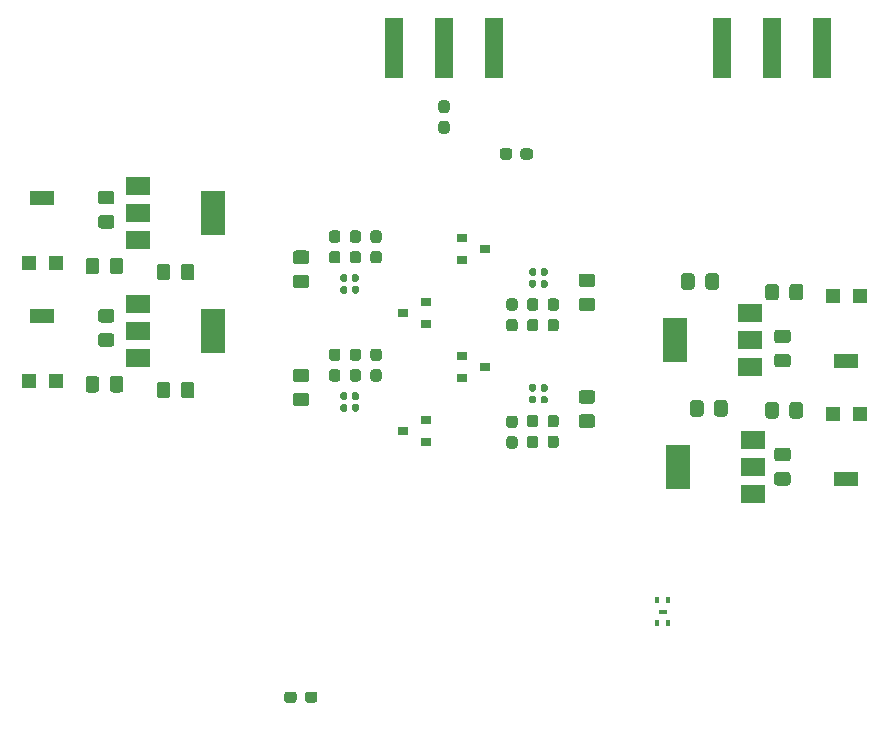
<source format=gbr>
G04 #@! TF.GenerationSoftware,KiCad,Pcbnew,5.1.6-c6e7f7d~87~ubuntu18.04.1*
G04 #@! TF.CreationDate,2021-01-06T14:43:31+00:00*
G04 #@! TF.ProjectId,multi-smtpa,6d756c74-692d-4736-9d74-70612e6b6963,rev?*
G04 #@! TF.SameCoordinates,Original*
G04 #@! TF.FileFunction,Paste,Top*
G04 #@! TF.FilePolarity,Positive*
%FSLAX46Y46*%
G04 Gerber Fmt 4.6, Leading zero omitted, Abs format (unit mm)*
G04 Created by KiCad (PCBNEW 5.1.6-c6e7f7d~87~ubuntu18.04.1) date 2021-01-06 14:43:31*
%MOMM*%
%LPD*%
G01*
G04 APERTURE LIST*
%ADD10R,2.000000X1.500000*%
%ADD11R,2.000000X3.800000*%
%ADD12R,0.300000X0.500000*%
%ADD13R,0.800000X0.350000*%
%ADD14R,1.300000X1.300000*%
%ADD15R,2.000000X1.300000*%
%ADD16R,1.500000X5.080000*%
%ADD17R,0.900000X0.800000*%
G04 APERTURE END LIST*
D10*
X178150000Y-69550000D03*
X178150000Y-64950000D03*
X178150000Y-67250000D03*
D11*
X171850000Y-67250000D03*
D10*
X178400000Y-80300000D03*
X178400000Y-75700000D03*
X178400000Y-78000000D03*
D11*
X172100000Y-78000000D03*
D10*
X126350000Y-64200000D03*
X126350000Y-68800000D03*
X126350000Y-66500000D03*
D11*
X132650000Y-66500000D03*
D10*
X126350000Y-54200000D03*
X126350000Y-58800000D03*
X126350000Y-56500000D03*
D11*
X132650000Y-56500000D03*
G36*
G01*
X139775000Y-97262500D02*
X139775000Y-97737500D01*
G75*
G02*
X139537500Y-97975000I-237500J0D01*
G01*
X138962500Y-97975000D01*
G75*
G02*
X138725000Y-97737500I0J237500D01*
G01*
X138725000Y-97262500D01*
G75*
G02*
X138962500Y-97025000I237500J0D01*
G01*
X139537500Y-97025000D01*
G75*
G02*
X139775000Y-97262500I0J-237500D01*
G01*
G37*
G36*
G01*
X141525000Y-97262500D02*
X141525000Y-97737500D01*
G75*
G02*
X141287500Y-97975000I-237500J0D01*
G01*
X140712500Y-97975000D01*
G75*
G02*
X140475000Y-97737500I0J237500D01*
G01*
X140475000Y-97262500D01*
G75*
G02*
X140712500Y-97025000I237500J0D01*
G01*
X141287500Y-97025000D01*
G75*
G02*
X141525000Y-97262500I0J-237500D01*
G01*
G37*
G36*
G01*
X158025000Y-51262500D02*
X158025000Y-51737500D01*
G75*
G02*
X157787500Y-51975000I-237500J0D01*
G01*
X157212500Y-51975000D01*
G75*
G02*
X156975000Y-51737500I0J237500D01*
G01*
X156975000Y-51262500D01*
G75*
G02*
X157212500Y-51025000I237500J0D01*
G01*
X157787500Y-51025000D01*
G75*
G02*
X158025000Y-51262500I0J-237500D01*
G01*
G37*
G36*
G01*
X159775000Y-51262500D02*
X159775000Y-51737500D01*
G75*
G02*
X159537500Y-51975000I-237500J0D01*
G01*
X158962500Y-51975000D01*
G75*
G02*
X158725000Y-51737500I0J237500D01*
G01*
X158725000Y-51262500D01*
G75*
G02*
X158962500Y-51025000I237500J0D01*
G01*
X159537500Y-51025000D01*
G75*
G02*
X159775000Y-51262500I0J-237500D01*
G01*
G37*
D12*
X171225000Y-89300000D03*
X170275000Y-91200000D03*
X171225000Y-91200000D03*
X170275000Y-89300000D03*
D13*
X170750000Y-90250000D03*
D14*
X185150000Y-63500000D03*
D15*
X186300000Y-69000000D03*
D14*
X187450000Y-63500000D03*
G36*
G01*
X175525000Y-61849999D02*
X175525000Y-62750001D01*
G75*
G02*
X175275001Y-63000000I-249999J0D01*
G01*
X174624999Y-63000000D01*
G75*
G02*
X174375000Y-62750001I0J249999D01*
G01*
X174375000Y-61849999D01*
G75*
G02*
X174624999Y-61600000I249999J0D01*
G01*
X175275001Y-61600000D01*
G75*
G02*
X175525000Y-61849999I0J-249999D01*
G01*
G37*
G36*
G01*
X173475000Y-61849999D02*
X173475000Y-62750001D01*
G75*
G02*
X173225001Y-63000000I-249999J0D01*
G01*
X172574999Y-63000000D01*
G75*
G02*
X172325000Y-62750001I0J249999D01*
G01*
X172325000Y-61849999D01*
G75*
G02*
X172574999Y-61600000I249999J0D01*
G01*
X173225001Y-61600000D01*
G75*
G02*
X173475000Y-61849999I0J-249999D01*
G01*
G37*
G36*
G01*
X181350001Y-69575000D02*
X180449999Y-69575000D01*
G75*
G02*
X180200000Y-69325001I0J249999D01*
G01*
X180200000Y-68674999D01*
G75*
G02*
X180449999Y-68425000I249999J0D01*
G01*
X181350001Y-68425000D01*
G75*
G02*
X181600000Y-68674999I0J-249999D01*
G01*
X181600000Y-69325001D01*
G75*
G02*
X181350001Y-69575000I-249999J0D01*
G01*
G37*
G36*
G01*
X181350001Y-67525000D02*
X180449999Y-67525000D01*
G75*
G02*
X180200000Y-67275001I0J249999D01*
G01*
X180200000Y-66624999D01*
G75*
G02*
X180449999Y-66375000I249999J0D01*
G01*
X181350001Y-66375000D01*
G75*
G02*
X181600000Y-66624999I0J-249999D01*
G01*
X181600000Y-67275001D01*
G75*
G02*
X181350001Y-67525000I-249999J0D01*
G01*
G37*
G36*
G01*
X182650000Y-62749999D02*
X182650000Y-63650001D01*
G75*
G02*
X182400001Y-63900000I-249999J0D01*
G01*
X181749999Y-63900000D01*
G75*
G02*
X181500000Y-63650001I0J249999D01*
G01*
X181500000Y-62749999D01*
G75*
G02*
X181749999Y-62500000I249999J0D01*
G01*
X182400001Y-62500000D01*
G75*
G02*
X182650000Y-62749999I0J-249999D01*
G01*
G37*
G36*
G01*
X180600000Y-62749999D02*
X180600000Y-63650001D01*
G75*
G02*
X180350001Y-63900000I-249999J0D01*
G01*
X179699999Y-63900000D01*
G75*
G02*
X179450000Y-63650001I0J249999D01*
G01*
X179450000Y-62749999D01*
G75*
G02*
X179699999Y-62500000I249999J0D01*
G01*
X180350001Y-62500000D01*
G75*
G02*
X180600000Y-62749999I0J-249999D01*
G01*
G37*
X185150000Y-73500000D03*
D15*
X186300000Y-79000000D03*
D14*
X187450000Y-73500000D03*
G36*
G01*
X176275000Y-72599999D02*
X176275000Y-73500001D01*
G75*
G02*
X176025001Y-73750000I-249999J0D01*
G01*
X175374999Y-73750000D01*
G75*
G02*
X175125000Y-73500001I0J249999D01*
G01*
X175125000Y-72599999D01*
G75*
G02*
X175374999Y-72350000I249999J0D01*
G01*
X176025001Y-72350000D01*
G75*
G02*
X176275000Y-72599999I0J-249999D01*
G01*
G37*
G36*
G01*
X174225000Y-72599999D02*
X174225000Y-73500001D01*
G75*
G02*
X173975001Y-73750000I-249999J0D01*
G01*
X173324999Y-73750000D01*
G75*
G02*
X173075000Y-73500001I0J249999D01*
G01*
X173075000Y-72599999D01*
G75*
G02*
X173324999Y-72350000I249999J0D01*
G01*
X173975001Y-72350000D01*
G75*
G02*
X174225000Y-72599999I0J-249999D01*
G01*
G37*
G36*
G01*
X181350001Y-79575000D02*
X180449999Y-79575000D01*
G75*
G02*
X180200000Y-79325001I0J249999D01*
G01*
X180200000Y-78674999D01*
G75*
G02*
X180449999Y-78425000I249999J0D01*
G01*
X181350001Y-78425000D01*
G75*
G02*
X181600000Y-78674999I0J-249999D01*
G01*
X181600000Y-79325001D01*
G75*
G02*
X181350001Y-79575000I-249999J0D01*
G01*
G37*
G36*
G01*
X181350001Y-77525000D02*
X180449999Y-77525000D01*
G75*
G02*
X180200000Y-77275001I0J249999D01*
G01*
X180200000Y-76624999D01*
G75*
G02*
X180449999Y-76375000I249999J0D01*
G01*
X181350001Y-76375000D01*
G75*
G02*
X181600000Y-76624999I0J-249999D01*
G01*
X181600000Y-77275001D01*
G75*
G02*
X181350001Y-77525000I-249999J0D01*
G01*
G37*
G36*
G01*
X182650000Y-72749999D02*
X182650000Y-73650001D01*
G75*
G02*
X182400001Y-73900000I-249999J0D01*
G01*
X181749999Y-73900000D01*
G75*
G02*
X181500000Y-73650001I0J249999D01*
G01*
X181500000Y-72749999D01*
G75*
G02*
X181749999Y-72500000I249999J0D01*
G01*
X182400001Y-72500000D01*
G75*
G02*
X182650000Y-72749999I0J-249999D01*
G01*
G37*
G36*
G01*
X180600000Y-72749999D02*
X180600000Y-73650001D01*
G75*
G02*
X180350001Y-73900000I-249999J0D01*
G01*
X179699999Y-73900000D01*
G75*
G02*
X179450000Y-73650001I0J249999D01*
G01*
X179450000Y-72749999D01*
G75*
G02*
X179699999Y-72500000I249999J0D01*
G01*
X180350001Y-72500000D01*
G75*
G02*
X180600000Y-72749999I0J-249999D01*
G01*
G37*
X119400000Y-70700000D03*
D15*
X118250000Y-65200000D03*
D14*
X117100000Y-70700000D03*
G36*
G01*
X127925000Y-71950001D02*
X127925000Y-71049999D01*
G75*
G02*
X128174999Y-70800000I249999J0D01*
G01*
X128825001Y-70800000D01*
G75*
G02*
X129075000Y-71049999I0J-249999D01*
G01*
X129075000Y-71950001D01*
G75*
G02*
X128825001Y-72200000I-249999J0D01*
G01*
X128174999Y-72200000D01*
G75*
G02*
X127925000Y-71950001I0J249999D01*
G01*
G37*
G36*
G01*
X129975000Y-71950001D02*
X129975000Y-71049999D01*
G75*
G02*
X130224999Y-70800000I249999J0D01*
G01*
X130875001Y-70800000D01*
G75*
G02*
X131125000Y-71049999I0J-249999D01*
G01*
X131125000Y-71950001D01*
G75*
G02*
X130875001Y-72200000I-249999J0D01*
G01*
X130224999Y-72200000D01*
G75*
G02*
X129975000Y-71950001I0J249999D01*
G01*
G37*
G36*
G01*
X123199999Y-64625000D02*
X124100001Y-64625000D01*
G75*
G02*
X124350000Y-64874999I0J-249999D01*
G01*
X124350000Y-65525001D01*
G75*
G02*
X124100001Y-65775000I-249999J0D01*
G01*
X123199999Y-65775000D01*
G75*
G02*
X122950000Y-65525001I0J249999D01*
G01*
X122950000Y-64874999D01*
G75*
G02*
X123199999Y-64625000I249999J0D01*
G01*
G37*
G36*
G01*
X123199999Y-66675000D02*
X124100001Y-66675000D01*
G75*
G02*
X124350000Y-66924999I0J-249999D01*
G01*
X124350000Y-67575001D01*
G75*
G02*
X124100001Y-67825000I-249999J0D01*
G01*
X123199999Y-67825000D01*
G75*
G02*
X122950000Y-67575001I0J249999D01*
G01*
X122950000Y-66924999D01*
G75*
G02*
X123199999Y-66675000I249999J0D01*
G01*
G37*
G36*
G01*
X121900000Y-71450001D02*
X121900000Y-70549999D01*
G75*
G02*
X122149999Y-70300000I249999J0D01*
G01*
X122800001Y-70300000D01*
G75*
G02*
X123050000Y-70549999I0J-249999D01*
G01*
X123050000Y-71450001D01*
G75*
G02*
X122800001Y-71700000I-249999J0D01*
G01*
X122149999Y-71700000D01*
G75*
G02*
X121900000Y-71450001I0J249999D01*
G01*
G37*
G36*
G01*
X123950000Y-71450001D02*
X123950000Y-70549999D01*
G75*
G02*
X124199999Y-70300000I249999J0D01*
G01*
X124850001Y-70300000D01*
G75*
G02*
X125100000Y-70549999I0J-249999D01*
G01*
X125100000Y-71450001D01*
G75*
G02*
X124850001Y-71700000I-249999J0D01*
G01*
X124199999Y-71700000D01*
G75*
G02*
X123950000Y-71450001I0J249999D01*
G01*
G37*
G36*
G01*
X123950000Y-61450001D02*
X123950000Y-60549999D01*
G75*
G02*
X124199999Y-60300000I249999J0D01*
G01*
X124850001Y-60300000D01*
G75*
G02*
X125100000Y-60549999I0J-249999D01*
G01*
X125100000Y-61450001D01*
G75*
G02*
X124850001Y-61700000I-249999J0D01*
G01*
X124199999Y-61700000D01*
G75*
G02*
X123950000Y-61450001I0J249999D01*
G01*
G37*
G36*
G01*
X121900000Y-61450001D02*
X121900000Y-60549999D01*
G75*
G02*
X122149999Y-60300000I249999J0D01*
G01*
X122800001Y-60300000D01*
G75*
G02*
X123050000Y-60549999I0J-249999D01*
G01*
X123050000Y-61450001D01*
G75*
G02*
X122800001Y-61700000I-249999J0D01*
G01*
X122149999Y-61700000D01*
G75*
G02*
X121900000Y-61450001I0J249999D01*
G01*
G37*
G36*
G01*
X164800001Y-64825000D02*
X163899999Y-64825000D01*
G75*
G02*
X163650000Y-64575001I0J249999D01*
G01*
X163650000Y-63924999D01*
G75*
G02*
X163899999Y-63675000I249999J0D01*
G01*
X164800001Y-63675000D01*
G75*
G02*
X165050000Y-63924999I0J-249999D01*
G01*
X165050000Y-64575001D01*
G75*
G02*
X164800001Y-64825000I-249999J0D01*
G01*
G37*
G36*
G01*
X164800001Y-62775000D02*
X163899999Y-62775000D01*
G75*
G02*
X163650000Y-62525001I0J249999D01*
G01*
X163650000Y-61874999D01*
G75*
G02*
X163899999Y-61625000I249999J0D01*
G01*
X164800001Y-61625000D01*
G75*
G02*
X165050000Y-61874999I0J-249999D01*
G01*
X165050000Y-62525001D01*
G75*
G02*
X164800001Y-62775000I-249999J0D01*
G01*
G37*
G36*
G01*
X164800001Y-74700000D02*
X163899999Y-74700000D01*
G75*
G02*
X163650000Y-74450001I0J249999D01*
G01*
X163650000Y-73799999D01*
G75*
G02*
X163899999Y-73550000I249999J0D01*
G01*
X164800001Y-73550000D01*
G75*
G02*
X165050000Y-73799999I0J-249999D01*
G01*
X165050000Y-74450001D01*
G75*
G02*
X164800001Y-74700000I-249999J0D01*
G01*
G37*
G36*
G01*
X164800001Y-72650000D02*
X163899999Y-72650000D01*
G75*
G02*
X163650000Y-72400001I0J249999D01*
G01*
X163650000Y-71749999D01*
G75*
G02*
X163899999Y-71500000I249999J0D01*
G01*
X164800001Y-71500000D01*
G75*
G02*
X165050000Y-71749999I0J-249999D01*
G01*
X165050000Y-72400001D01*
G75*
G02*
X164800001Y-72650000I-249999J0D01*
G01*
G37*
G36*
G01*
X139699999Y-69675000D02*
X140600001Y-69675000D01*
G75*
G02*
X140850000Y-69924999I0J-249999D01*
G01*
X140850000Y-70575001D01*
G75*
G02*
X140600001Y-70825000I-249999J0D01*
G01*
X139699999Y-70825000D01*
G75*
G02*
X139450000Y-70575001I0J249999D01*
G01*
X139450000Y-69924999D01*
G75*
G02*
X139699999Y-69675000I249999J0D01*
G01*
G37*
G36*
G01*
X139699999Y-71725000D02*
X140600001Y-71725000D01*
G75*
G02*
X140850000Y-71974999I0J-249999D01*
G01*
X140850000Y-72625001D01*
G75*
G02*
X140600001Y-72875000I-249999J0D01*
G01*
X139699999Y-72875000D01*
G75*
G02*
X139450000Y-72625001I0J249999D01*
G01*
X139450000Y-71974999D01*
G75*
G02*
X139699999Y-71725000I249999J0D01*
G01*
G37*
D16*
X184250000Y-42500000D03*
X175750000Y-42500000D03*
X180000000Y-42500000D03*
G36*
G01*
X159455000Y-71472500D02*
X159455000Y-71127500D01*
G75*
G02*
X159602500Y-70980000I147500J0D01*
G01*
X159897500Y-70980000D01*
G75*
G02*
X160045000Y-71127500I0J-147500D01*
G01*
X160045000Y-71472500D01*
G75*
G02*
X159897500Y-71620000I-147500J0D01*
G01*
X159602500Y-71620000D01*
G75*
G02*
X159455000Y-71472500I0J147500D01*
G01*
G37*
G36*
G01*
X160425000Y-71472500D02*
X160425000Y-71127500D01*
G75*
G02*
X160572500Y-70980000I147500J0D01*
G01*
X160867500Y-70980000D01*
G75*
G02*
X161015000Y-71127500I0J-147500D01*
G01*
X161015000Y-71472500D01*
G75*
G02*
X160867500Y-71620000I-147500J0D01*
G01*
X160572500Y-71620000D01*
G75*
G02*
X160425000Y-71472500I0J147500D01*
G01*
G37*
G36*
G01*
X145045000Y-62827500D02*
X145045000Y-63172500D01*
G75*
G02*
X144897500Y-63320000I-147500J0D01*
G01*
X144602500Y-63320000D01*
G75*
G02*
X144455000Y-63172500I0J147500D01*
G01*
X144455000Y-62827500D01*
G75*
G02*
X144602500Y-62680000I147500J0D01*
G01*
X144897500Y-62680000D01*
G75*
G02*
X145045000Y-62827500I0J-147500D01*
G01*
G37*
G36*
G01*
X144075000Y-62827500D02*
X144075000Y-63172500D01*
G75*
G02*
X143927500Y-63320000I-147500J0D01*
G01*
X143632500Y-63320000D01*
G75*
G02*
X143485000Y-63172500I0J147500D01*
G01*
X143485000Y-62827500D01*
G75*
G02*
X143632500Y-62680000I147500J0D01*
G01*
X143927500Y-62680000D01*
G75*
G02*
X144075000Y-62827500I0J-147500D01*
G01*
G37*
G36*
G01*
X159455000Y-61672500D02*
X159455000Y-61327500D01*
G75*
G02*
X159602500Y-61180000I147500J0D01*
G01*
X159897500Y-61180000D01*
G75*
G02*
X160045000Y-61327500I0J-147500D01*
G01*
X160045000Y-61672500D01*
G75*
G02*
X159897500Y-61820000I-147500J0D01*
G01*
X159602500Y-61820000D01*
G75*
G02*
X159455000Y-61672500I0J147500D01*
G01*
G37*
G36*
G01*
X160425000Y-61672500D02*
X160425000Y-61327500D01*
G75*
G02*
X160572500Y-61180000I147500J0D01*
G01*
X160867500Y-61180000D01*
G75*
G02*
X161015000Y-61327500I0J-147500D01*
G01*
X161015000Y-61672500D01*
G75*
G02*
X160867500Y-61820000I-147500J0D01*
G01*
X160572500Y-61820000D01*
G75*
G02*
X160425000Y-61672500I0J147500D01*
G01*
G37*
G36*
G01*
X145045000Y-72827500D02*
X145045000Y-73172500D01*
G75*
G02*
X144897500Y-73320000I-147500J0D01*
G01*
X144602500Y-73320000D01*
G75*
G02*
X144455000Y-73172500I0J147500D01*
G01*
X144455000Y-72827500D01*
G75*
G02*
X144602500Y-72680000I147500J0D01*
G01*
X144897500Y-72680000D01*
G75*
G02*
X145045000Y-72827500I0J-147500D01*
G01*
G37*
G36*
G01*
X144075000Y-72827500D02*
X144075000Y-73172500D01*
G75*
G02*
X143927500Y-73320000I-147500J0D01*
G01*
X143632500Y-73320000D01*
G75*
G02*
X143485000Y-73172500I0J147500D01*
G01*
X143485000Y-72827500D01*
G75*
G02*
X143632500Y-72680000I147500J0D01*
G01*
X143927500Y-72680000D01*
G75*
G02*
X144075000Y-72827500I0J-147500D01*
G01*
G37*
G36*
G01*
X159455000Y-72472500D02*
X159455000Y-72127500D01*
G75*
G02*
X159602500Y-71980000I147500J0D01*
G01*
X159897500Y-71980000D01*
G75*
G02*
X160045000Y-72127500I0J-147500D01*
G01*
X160045000Y-72472500D01*
G75*
G02*
X159897500Y-72620000I-147500J0D01*
G01*
X159602500Y-72620000D01*
G75*
G02*
X159455000Y-72472500I0J147500D01*
G01*
G37*
G36*
G01*
X160425000Y-72472500D02*
X160425000Y-72127500D01*
G75*
G02*
X160572500Y-71980000I147500J0D01*
G01*
X160867500Y-71980000D01*
G75*
G02*
X161015000Y-72127500I0J-147500D01*
G01*
X161015000Y-72472500D01*
G75*
G02*
X160867500Y-72620000I-147500J0D01*
G01*
X160572500Y-72620000D01*
G75*
G02*
X160425000Y-72472500I0J147500D01*
G01*
G37*
G36*
G01*
X145030000Y-61827500D02*
X145030000Y-62172500D01*
G75*
G02*
X144882500Y-62320000I-147500J0D01*
G01*
X144587500Y-62320000D01*
G75*
G02*
X144440000Y-62172500I0J147500D01*
G01*
X144440000Y-61827500D01*
G75*
G02*
X144587500Y-61680000I147500J0D01*
G01*
X144882500Y-61680000D01*
G75*
G02*
X145030000Y-61827500I0J-147500D01*
G01*
G37*
G36*
G01*
X144060000Y-61827500D02*
X144060000Y-62172500D01*
G75*
G02*
X143912500Y-62320000I-147500J0D01*
G01*
X143617500Y-62320000D01*
G75*
G02*
X143470000Y-62172500I0J147500D01*
G01*
X143470000Y-61827500D01*
G75*
G02*
X143617500Y-61680000I147500J0D01*
G01*
X143912500Y-61680000D01*
G75*
G02*
X144060000Y-61827500I0J-147500D01*
G01*
G37*
G36*
G01*
X159455000Y-62672500D02*
X159455000Y-62327500D01*
G75*
G02*
X159602500Y-62180000I147500J0D01*
G01*
X159897500Y-62180000D01*
G75*
G02*
X160045000Y-62327500I0J-147500D01*
G01*
X160045000Y-62672500D01*
G75*
G02*
X159897500Y-62820000I-147500J0D01*
G01*
X159602500Y-62820000D01*
G75*
G02*
X159455000Y-62672500I0J147500D01*
G01*
G37*
G36*
G01*
X160425000Y-62672500D02*
X160425000Y-62327500D01*
G75*
G02*
X160572500Y-62180000I147500J0D01*
G01*
X160867500Y-62180000D01*
G75*
G02*
X161015000Y-62327500I0J-147500D01*
G01*
X161015000Y-62672500D01*
G75*
G02*
X160867500Y-62820000I-147500J0D01*
G01*
X160572500Y-62820000D01*
G75*
G02*
X160425000Y-62672500I0J147500D01*
G01*
G37*
G36*
G01*
X145045000Y-71827500D02*
X145045000Y-72172500D01*
G75*
G02*
X144897500Y-72320000I-147500J0D01*
G01*
X144602500Y-72320000D01*
G75*
G02*
X144455000Y-72172500I0J147500D01*
G01*
X144455000Y-71827500D01*
G75*
G02*
X144602500Y-71680000I147500J0D01*
G01*
X144897500Y-71680000D01*
G75*
G02*
X145045000Y-71827500I0J-147500D01*
G01*
G37*
G36*
G01*
X144075000Y-71827500D02*
X144075000Y-72172500D01*
G75*
G02*
X143927500Y-72320000I-147500J0D01*
G01*
X143632500Y-72320000D01*
G75*
G02*
X143485000Y-72172500I0J147500D01*
G01*
X143485000Y-71827500D01*
G75*
G02*
X143632500Y-71680000I147500J0D01*
G01*
X143927500Y-71680000D01*
G75*
G02*
X144075000Y-71827500I0J-147500D01*
G01*
G37*
D14*
X117100000Y-60700000D03*
D15*
X118250000Y-55200000D03*
D14*
X119400000Y-60700000D03*
G36*
G01*
X146737500Y-59025000D02*
X146262500Y-59025000D01*
G75*
G02*
X146025000Y-58787500I0J237500D01*
G01*
X146025000Y-58212500D01*
G75*
G02*
X146262500Y-57975000I237500J0D01*
G01*
X146737500Y-57975000D01*
G75*
G02*
X146975000Y-58212500I0J-237500D01*
G01*
X146975000Y-58787500D01*
G75*
G02*
X146737500Y-59025000I-237500J0D01*
G01*
G37*
G36*
G01*
X146737500Y-60775000D02*
X146262500Y-60775000D01*
G75*
G02*
X146025000Y-60537500I0J237500D01*
G01*
X146025000Y-59962500D01*
G75*
G02*
X146262500Y-59725000I237500J0D01*
G01*
X146737500Y-59725000D01*
G75*
G02*
X146975000Y-59962500I0J-237500D01*
G01*
X146975000Y-60537500D01*
G75*
G02*
X146737500Y-60775000I-237500J0D01*
G01*
G37*
G36*
G01*
X157762500Y-65475000D02*
X158237500Y-65475000D01*
G75*
G02*
X158475000Y-65712500I0J-237500D01*
G01*
X158475000Y-66287500D01*
G75*
G02*
X158237500Y-66525000I-237500J0D01*
G01*
X157762500Y-66525000D01*
G75*
G02*
X157525000Y-66287500I0J237500D01*
G01*
X157525000Y-65712500D01*
G75*
G02*
X157762500Y-65475000I237500J0D01*
G01*
G37*
G36*
G01*
X157762500Y-63725000D02*
X158237500Y-63725000D01*
G75*
G02*
X158475000Y-63962500I0J-237500D01*
G01*
X158475000Y-64537500D01*
G75*
G02*
X158237500Y-64775000I-237500J0D01*
G01*
X157762500Y-64775000D01*
G75*
G02*
X157525000Y-64537500I0J237500D01*
G01*
X157525000Y-63962500D01*
G75*
G02*
X157762500Y-63725000I237500J0D01*
G01*
G37*
G36*
G01*
X144987500Y-59025000D02*
X144512500Y-59025000D01*
G75*
G02*
X144275000Y-58787500I0J237500D01*
G01*
X144275000Y-58212500D01*
G75*
G02*
X144512500Y-57975000I237500J0D01*
G01*
X144987500Y-57975000D01*
G75*
G02*
X145225000Y-58212500I0J-237500D01*
G01*
X145225000Y-58787500D01*
G75*
G02*
X144987500Y-59025000I-237500J0D01*
G01*
G37*
G36*
G01*
X144987500Y-60775000D02*
X144512500Y-60775000D01*
G75*
G02*
X144275000Y-60537500I0J237500D01*
G01*
X144275000Y-59962500D01*
G75*
G02*
X144512500Y-59725000I237500J0D01*
G01*
X144987500Y-59725000D01*
G75*
G02*
X145225000Y-59962500I0J-237500D01*
G01*
X145225000Y-60537500D01*
G75*
G02*
X144987500Y-60775000I-237500J0D01*
G01*
G37*
G36*
G01*
X159512500Y-65475000D02*
X159987500Y-65475000D01*
G75*
G02*
X160225000Y-65712500I0J-237500D01*
G01*
X160225000Y-66287500D01*
G75*
G02*
X159987500Y-66525000I-237500J0D01*
G01*
X159512500Y-66525000D01*
G75*
G02*
X159275000Y-66287500I0J237500D01*
G01*
X159275000Y-65712500D01*
G75*
G02*
X159512500Y-65475000I237500J0D01*
G01*
G37*
G36*
G01*
X159512500Y-63725000D02*
X159987500Y-63725000D01*
G75*
G02*
X160225000Y-63962500I0J-237500D01*
G01*
X160225000Y-64537500D01*
G75*
G02*
X159987500Y-64775000I-237500J0D01*
G01*
X159512500Y-64775000D01*
G75*
G02*
X159275000Y-64537500I0J237500D01*
G01*
X159275000Y-63962500D01*
G75*
G02*
X159512500Y-63725000I237500J0D01*
G01*
G37*
G36*
G01*
X143237500Y-59025000D02*
X142762500Y-59025000D01*
G75*
G02*
X142525000Y-58787500I0J237500D01*
G01*
X142525000Y-58212500D01*
G75*
G02*
X142762500Y-57975000I237500J0D01*
G01*
X143237500Y-57975000D01*
G75*
G02*
X143475000Y-58212500I0J-237500D01*
G01*
X143475000Y-58787500D01*
G75*
G02*
X143237500Y-59025000I-237500J0D01*
G01*
G37*
G36*
G01*
X143237500Y-60775000D02*
X142762500Y-60775000D01*
G75*
G02*
X142525000Y-60537500I0J237500D01*
G01*
X142525000Y-59962500D01*
G75*
G02*
X142762500Y-59725000I237500J0D01*
G01*
X143237500Y-59725000D01*
G75*
G02*
X143475000Y-59962500I0J-237500D01*
G01*
X143475000Y-60537500D01*
G75*
G02*
X143237500Y-60775000I-237500J0D01*
G01*
G37*
G36*
G01*
X161262500Y-65475000D02*
X161737500Y-65475000D01*
G75*
G02*
X161975000Y-65712500I0J-237500D01*
G01*
X161975000Y-66287500D01*
G75*
G02*
X161737500Y-66525000I-237500J0D01*
G01*
X161262500Y-66525000D01*
G75*
G02*
X161025000Y-66287500I0J237500D01*
G01*
X161025000Y-65712500D01*
G75*
G02*
X161262500Y-65475000I237500J0D01*
G01*
G37*
G36*
G01*
X161262500Y-63725000D02*
X161737500Y-63725000D01*
G75*
G02*
X161975000Y-63962500I0J-237500D01*
G01*
X161975000Y-64537500D01*
G75*
G02*
X161737500Y-64775000I-237500J0D01*
G01*
X161262500Y-64775000D01*
G75*
G02*
X161025000Y-64537500I0J237500D01*
G01*
X161025000Y-63962500D01*
G75*
G02*
X161262500Y-63725000I237500J0D01*
G01*
G37*
G36*
G01*
X157762500Y-75400000D02*
X158237500Y-75400000D01*
G75*
G02*
X158475000Y-75637500I0J-237500D01*
G01*
X158475000Y-76212500D01*
G75*
G02*
X158237500Y-76450000I-237500J0D01*
G01*
X157762500Y-76450000D01*
G75*
G02*
X157525000Y-76212500I0J237500D01*
G01*
X157525000Y-75637500D01*
G75*
G02*
X157762500Y-75400000I237500J0D01*
G01*
G37*
G36*
G01*
X157762500Y-73650000D02*
X158237500Y-73650000D01*
G75*
G02*
X158475000Y-73887500I0J-237500D01*
G01*
X158475000Y-74462500D01*
G75*
G02*
X158237500Y-74700000I-237500J0D01*
G01*
X157762500Y-74700000D01*
G75*
G02*
X157525000Y-74462500I0J237500D01*
G01*
X157525000Y-73887500D01*
G75*
G02*
X157762500Y-73650000I237500J0D01*
G01*
G37*
G36*
G01*
X159512500Y-75350000D02*
X159987500Y-75350000D01*
G75*
G02*
X160225000Y-75587500I0J-237500D01*
G01*
X160225000Y-76162500D01*
G75*
G02*
X159987500Y-76400000I-237500J0D01*
G01*
X159512500Y-76400000D01*
G75*
G02*
X159275000Y-76162500I0J237500D01*
G01*
X159275000Y-75587500D01*
G75*
G02*
X159512500Y-75350000I237500J0D01*
G01*
G37*
G36*
G01*
X159512500Y-73600000D02*
X159987500Y-73600000D01*
G75*
G02*
X160225000Y-73837500I0J-237500D01*
G01*
X160225000Y-74412500D01*
G75*
G02*
X159987500Y-74650000I-237500J0D01*
G01*
X159512500Y-74650000D01*
G75*
G02*
X159275000Y-74412500I0J237500D01*
G01*
X159275000Y-73837500D01*
G75*
G02*
X159512500Y-73600000I237500J0D01*
G01*
G37*
G36*
G01*
X161262500Y-75350000D02*
X161737500Y-75350000D01*
G75*
G02*
X161975000Y-75587500I0J-237500D01*
G01*
X161975000Y-76162500D01*
G75*
G02*
X161737500Y-76400000I-237500J0D01*
G01*
X161262500Y-76400000D01*
G75*
G02*
X161025000Y-76162500I0J237500D01*
G01*
X161025000Y-75587500D01*
G75*
G02*
X161262500Y-75350000I237500J0D01*
G01*
G37*
G36*
G01*
X161262500Y-73600000D02*
X161737500Y-73600000D01*
G75*
G02*
X161975000Y-73837500I0J-237500D01*
G01*
X161975000Y-74412500D01*
G75*
G02*
X161737500Y-74650000I-237500J0D01*
G01*
X161262500Y-74650000D01*
G75*
G02*
X161025000Y-74412500I0J237500D01*
G01*
X161025000Y-73837500D01*
G75*
G02*
X161262500Y-73600000I237500J0D01*
G01*
G37*
G36*
G01*
X146737500Y-69025000D02*
X146262500Y-69025000D01*
G75*
G02*
X146025000Y-68787500I0J237500D01*
G01*
X146025000Y-68212500D01*
G75*
G02*
X146262500Y-67975000I237500J0D01*
G01*
X146737500Y-67975000D01*
G75*
G02*
X146975000Y-68212500I0J-237500D01*
G01*
X146975000Y-68787500D01*
G75*
G02*
X146737500Y-69025000I-237500J0D01*
G01*
G37*
G36*
G01*
X146737500Y-70775000D02*
X146262500Y-70775000D01*
G75*
G02*
X146025000Y-70537500I0J237500D01*
G01*
X146025000Y-69962500D01*
G75*
G02*
X146262500Y-69725000I237500J0D01*
G01*
X146737500Y-69725000D01*
G75*
G02*
X146975000Y-69962500I0J-237500D01*
G01*
X146975000Y-70537500D01*
G75*
G02*
X146737500Y-70775000I-237500J0D01*
G01*
G37*
G36*
G01*
X144987500Y-69025000D02*
X144512500Y-69025000D01*
G75*
G02*
X144275000Y-68787500I0J237500D01*
G01*
X144275000Y-68212500D01*
G75*
G02*
X144512500Y-67975000I237500J0D01*
G01*
X144987500Y-67975000D01*
G75*
G02*
X145225000Y-68212500I0J-237500D01*
G01*
X145225000Y-68787500D01*
G75*
G02*
X144987500Y-69025000I-237500J0D01*
G01*
G37*
G36*
G01*
X144987500Y-70775000D02*
X144512500Y-70775000D01*
G75*
G02*
X144275000Y-70537500I0J237500D01*
G01*
X144275000Y-69962500D01*
G75*
G02*
X144512500Y-69725000I237500J0D01*
G01*
X144987500Y-69725000D01*
G75*
G02*
X145225000Y-69962500I0J-237500D01*
G01*
X145225000Y-70537500D01*
G75*
G02*
X144987500Y-70775000I-237500J0D01*
G01*
G37*
G36*
G01*
X143237500Y-69025000D02*
X142762500Y-69025000D01*
G75*
G02*
X142525000Y-68787500I0J237500D01*
G01*
X142525000Y-68212500D01*
G75*
G02*
X142762500Y-67975000I237500J0D01*
G01*
X143237500Y-67975000D01*
G75*
G02*
X143475000Y-68212500I0J-237500D01*
G01*
X143475000Y-68787500D01*
G75*
G02*
X143237500Y-69025000I-237500J0D01*
G01*
G37*
G36*
G01*
X143237500Y-70775000D02*
X142762500Y-70775000D01*
G75*
G02*
X142525000Y-70537500I0J237500D01*
G01*
X142525000Y-69962500D01*
G75*
G02*
X142762500Y-69725000I237500J0D01*
G01*
X143237500Y-69725000D01*
G75*
G02*
X143475000Y-69962500I0J-237500D01*
G01*
X143475000Y-70537500D01*
G75*
G02*
X143237500Y-70775000I-237500J0D01*
G01*
G37*
G36*
G01*
X123199999Y-56675000D02*
X124100001Y-56675000D01*
G75*
G02*
X124350000Y-56924999I0J-249999D01*
G01*
X124350000Y-57575001D01*
G75*
G02*
X124100001Y-57825000I-249999J0D01*
G01*
X123199999Y-57825000D01*
G75*
G02*
X122950000Y-57575001I0J249999D01*
G01*
X122950000Y-56924999D01*
G75*
G02*
X123199999Y-56675000I249999J0D01*
G01*
G37*
G36*
G01*
X123199999Y-54625000D02*
X124100001Y-54625000D01*
G75*
G02*
X124350000Y-54874999I0J-249999D01*
G01*
X124350000Y-55525001D01*
G75*
G02*
X124100001Y-55775000I-249999J0D01*
G01*
X123199999Y-55775000D01*
G75*
G02*
X122950000Y-55525001I0J249999D01*
G01*
X122950000Y-54874999D01*
G75*
G02*
X123199999Y-54625000I249999J0D01*
G01*
G37*
D16*
X152250000Y-42500000D03*
X148000000Y-42500000D03*
X156500000Y-42500000D03*
D17*
X150750000Y-65900000D03*
X150750000Y-64000000D03*
X148750000Y-64950000D03*
X148750000Y-74950000D03*
X150750000Y-74000000D03*
X150750000Y-75900000D03*
X155750000Y-69550000D03*
X153750000Y-70500000D03*
X153750000Y-68600000D03*
X155750000Y-59550000D03*
X153750000Y-60500000D03*
X153750000Y-58600000D03*
G36*
G01*
X139699999Y-61725000D02*
X140600001Y-61725000D01*
G75*
G02*
X140850000Y-61974999I0J-249999D01*
G01*
X140850000Y-62625001D01*
G75*
G02*
X140600001Y-62875000I-249999J0D01*
G01*
X139699999Y-62875000D01*
G75*
G02*
X139450000Y-62625001I0J249999D01*
G01*
X139450000Y-61974999D01*
G75*
G02*
X139699999Y-61725000I249999J0D01*
G01*
G37*
G36*
G01*
X139699999Y-59675000D02*
X140600001Y-59675000D01*
G75*
G02*
X140850000Y-59924999I0J-249999D01*
G01*
X140850000Y-60575001D01*
G75*
G02*
X140600001Y-60825000I-249999J0D01*
G01*
X139699999Y-60825000D01*
G75*
G02*
X139450000Y-60575001I0J249999D01*
G01*
X139450000Y-59924999D01*
G75*
G02*
X139699999Y-59675000I249999J0D01*
G01*
G37*
G36*
G01*
X129975000Y-61950001D02*
X129975000Y-61049999D01*
G75*
G02*
X130224999Y-60800000I249999J0D01*
G01*
X130875001Y-60800000D01*
G75*
G02*
X131125000Y-61049999I0J-249999D01*
G01*
X131125000Y-61950001D01*
G75*
G02*
X130875001Y-62200000I-249999J0D01*
G01*
X130224999Y-62200000D01*
G75*
G02*
X129975000Y-61950001I0J249999D01*
G01*
G37*
G36*
G01*
X127925000Y-61950001D02*
X127925000Y-61049999D01*
G75*
G02*
X128174999Y-60800000I249999J0D01*
G01*
X128825001Y-60800000D01*
G75*
G02*
X129075000Y-61049999I0J-249999D01*
G01*
X129075000Y-61950001D01*
G75*
G02*
X128825001Y-62200000I-249999J0D01*
G01*
X128174999Y-62200000D01*
G75*
G02*
X127925000Y-61950001I0J249999D01*
G01*
G37*
G36*
G01*
X152012500Y-48725000D02*
X152487500Y-48725000D01*
G75*
G02*
X152725000Y-48962500I0J-237500D01*
G01*
X152725000Y-49537500D01*
G75*
G02*
X152487500Y-49775000I-237500J0D01*
G01*
X152012500Y-49775000D01*
G75*
G02*
X151775000Y-49537500I0J237500D01*
G01*
X151775000Y-48962500D01*
G75*
G02*
X152012500Y-48725000I237500J0D01*
G01*
G37*
G36*
G01*
X152012500Y-46975000D02*
X152487500Y-46975000D01*
G75*
G02*
X152725000Y-47212500I0J-237500D01*
G01*
X152725000Y-47787500D01*
G75*
G02*
X152487500Y-48025000I-237500J0D01*
G01*
X152012500Y-48025000D01*
G75*
G02*
X151775000Y-47787500I0J237500D01*
G01*
X151775000Y-47212500D01*
G75*
G02*
X152012500Y-46975000I237500J0D01*
G01*
G37*
M02*

</source>
